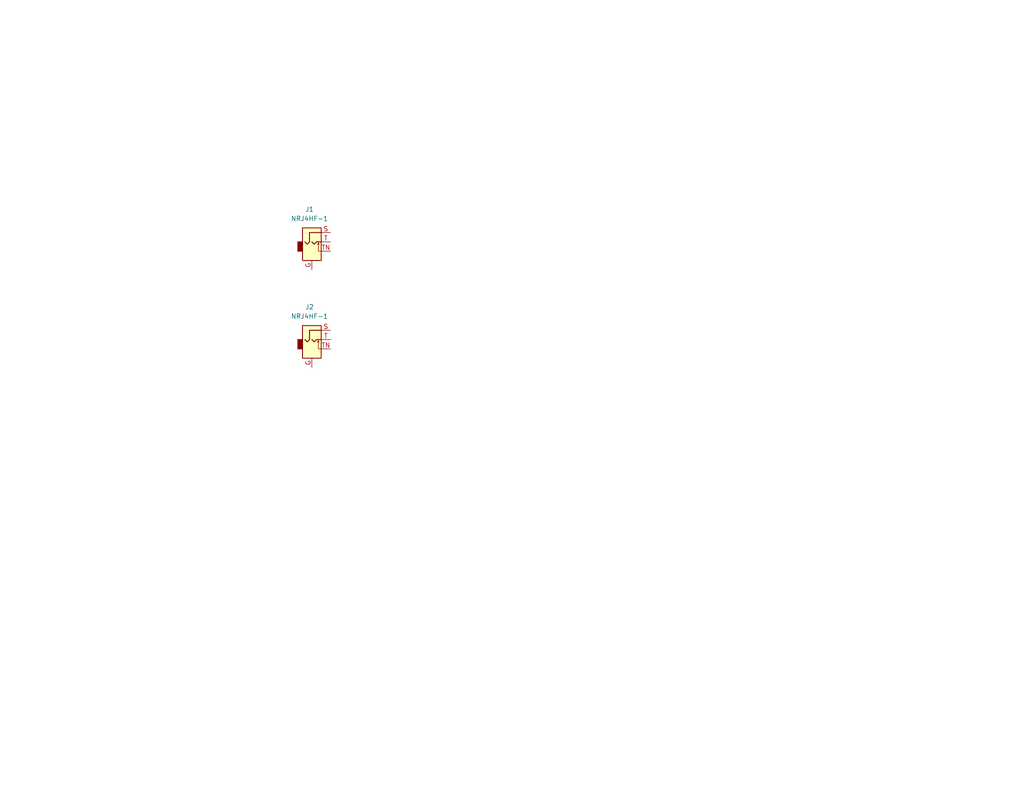
<source format=kicad_sch>
(kicad_sch (version 20231120) (generator "eeschema") (generator_version "8.0")
  (paper "USLetter")
  (title_block (title "Universal Stompbox") (date "2024-04-01") (rev "1.0") (company "Kratz-Gullickson Laboratories"))
  (lib_symbols
    (symbol "Connector_Audio:NRJ4HF-1"
      (property "Reference" "J" (at 0 11.43 0))
      (property "Value" "NRJ4HF-1" (at 0 8.89 0))
      (symbol "NRJ4HF-1_0_1"
        (rectangle (start -2.54 0) (end -3.81 -2.54) (stroke (width 0.254)) (fill (type outline)))
        (polyline (pts (xy 1.778 -0.254) (xy 2.032 -0.762)))
        (polyline (pts (xy 0 0) (xy 0.635 -0.635) (xy 1.27 0) (xy 2.54 0)) (stroke (width 0.254)))
        (polyline (pts (xy 2.54 -2.54) (xy 1.778 -2.54) (xy 1.778 -0.254) (xy 1.524 -0.762)))
        (polyline (pts (xy 2.54 2.54) (xy -0.635 2.54) (xy -0.635 0) (xy -1.27 -0.635) (xy -1.905 0)) (stroke (width 0.254)))
        (rectangle (start 2.54 3.81) (end -2.54 -5.08) (stroke (width 0.254)) (fill (type background)))
      )
      (symbol "NRJ4HF-1_1_1"
        (pin passive line (at 0 -7.62 90) (length 2.54) (name "~") (number "G"))
        (pin passive line (at 5.08 2.54 180) (length 2.54) (name "~") (number "S"))
        (pin passive line (at 5.08 0 180) (length 2.54) (name "~") (number "T"))
        (pin passive line (at 5.08 -2.54 180) (length 2.54) (name "~") (number "TN"))
      )
    )
  )
  (symbol (lib_id "Connector_Audio:NRJ4HF-1") (at 85.09 66.04 0) (unit 1)
    (property "Reference" "J1" (at 84.455 57.15 0))
    (property "Value" "NRJ4HF-1" (at 84.455 59.69 0))
    (property "Footprint" "Connector_Audio:Jack_6.35mm_Neutrik_NRJ4HF-1_Horizontal" (effects (hide yes)))
    (property "Datasheet" "https://www.neutrik.com/en/product/nrj4hf-1" (effects (hide yes)))
    (property "Description" "Slim Jacks, 6.35mm (1/4in) mono jack, switched, fully threaded nose, sleeve contact/front panel connection" (effects (hide yes)))
  )
  (symbol (lib_id "Connector_Audio:NRJ4HF-1") (at 85.09 92.71 0) (unit 1)
    (property "Reference" "J2" (at 84.455 83.82 0))
    (property "Value" "NRJ4HF-1" (at 84.455 86.36 0))
    (property "Footprint" "Connector_Audio:Jack_6.35mm_Neutrik_NRJ4HF-1_Horizontal" (effects (hide yes)))
    (property "Datasheet" "https://www.neutrik.com/en/product/nrj4hf-1" (effects (hide yes)))
    (property "Description" "Slim Jacks, 6.35mm (1/4in) mono jack, switched, fully threaded nose, sleeve contact/front panel connection" (effects (hide yes)))
  )
)
</source>
